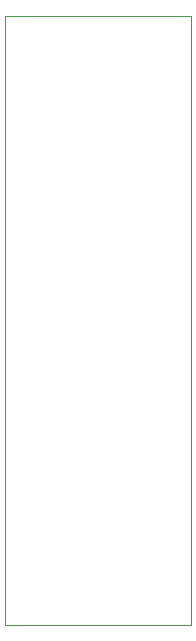
<source format=gbr>
%TF.GenerationSoftware,KiCad,Pcbnew,7.0.10*%
%TF.CreationDate,2024-03-18T20:08:07-06:00*%
%TF.ProjectId,Power_Breakout,506f7765-725f-4427-9265-616b6f75742e,rev?*%
%TF.SameCoordinates,Original*%
%TF.FileFunction,Profile,NP*%
%FSLAX46Y46*%
G04 Gerber Fmt 4.6, Leading zero omitted, Abs format (unit mm)*
G04 Created by KiCad (PCBNEW 7.0.10) date 2024-03-18 20:08:07*
%MOMM*%
%LPD*%
G01*
G04 APERTURE LIST*
%TA.AperFunction,Profile*%
%ADD10C,0.100000*%
%TD*%
G04 APERTURE END LIST*
D10*
X0Y0D02*
X15748000Y0D01*
X15748000Y-51562000D01*
X0Y-51562000D01*
X0Y0D01*
M02*

</source>
